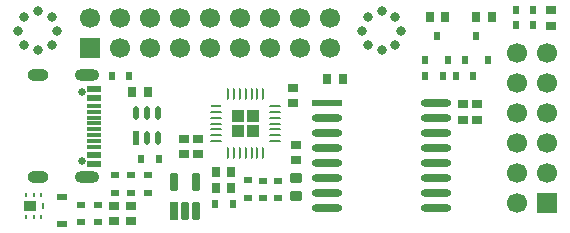
<source format=gbr>
%TF.GenerationSoftware,Altium Limited,Altium Designer,24.10.1 (45)*%
G04 Layer_Color=8421504*
%FSLAX43Y43*%
%MOMM*%
%TF.SameCoordinates,8629D08E-D241-4C1D-8EA4-E11FCD9DE57C*%
%TF.FilePolarity,Positive*%
%TF.FileFunction,Paste,Top*%
%TF.Part,Single*%
G01*
G75*
%TA.AperFunction,SMDPad,CuDef*%
%ADD12R,0.900X0.800*%
%TA.AperFunction,ConnectorPad*%
%ADD13R,1.150X0.300*%
%ADD14R,1.150X0.600*%
%TA.AperFunction,SMDPad,CuDef*%
G04:AMPARAMS|DCode=15|XSize=0.65mm|YSize=1.6mm|CornerRadius=0.114mm|HoleSize=0mm|Usage=FLASHONLY|Rotation=180.000|XOffset=0mm|YOffset=0mm|HoleType=Round|Shape=RoundedRectangle|*
%AMROUNDEDRECTD15*
21,1,0.650,1.373,0,0,180.0*
21,1,0.422,1.600,0,0,180.0*
1,1,0.228,-0.211,0.686*
1,1,0.228,0.211,0.686*
1,1,0.228,0.211,-0.686*
1,1,0.228,-0.211,-0.686*
%
%ADD15ROUNDEDRECTD15*%
%ADD16R,0.650X1.600*%
G04:AMPARAMS|DCode=17|XSize=1.156mm|YSize=0.536mm|CornerRadius=0.268mm|HoleSize=0mm|Usage=FLASHONLY|Rotation=90.000|XOffset=0mm|YOffset=0mm|HoleType=Round|Shape=RoundedRectangle|*
%AMROUNDEDRECTD17*
21,1,1.156,0.000,0,0,90.0*
21,1,0.620,0.536,0,0,90.0*
1,1,0.536,0.000,0.310*
1,1,0.536,0.000,-0.310*
1,1,0.536,0.000,-0.310*
1,1,0.536,0.000,0.310*
%
%ADD17ROUNDEDRECTD17*%
%ADD18R,0.536X1.156*%
%ADD19R,0.600X0.800*%
G04:AMPARAMS|DCode=20|XSize=2.598mm|YSize=0.622mm|CornerRadius=0.311mm|HoleSize=0mm|Usage=FLASHONLY|Rotation=0.000|XOffset=0mm|YOffset=0mm|HoleType=Round|Shape=RoundedRectangle|*
%AMROUNDEDRECTD20*
21,1,2.598,0.000,0,0,0.0*
21,1,1.976,0.622,0,0,0.0*
1,1,0.622,0.988,0.000*
1,1,0.622,-0.988,0.000*
1,1,0.622,-0.988,0.000*
1,1,0.622,0.988,0.000*
%
%ADD20ROUNDEDRECTD20*%
%ADD21R,2.598X0.622*%
%TA.AperFunction,ConnectorPad*%
%ADD22R,0.830X0.625*%
%TA.AperFunction,SMDPad,CuDef*%
%ADD23R,0.500X0.800*%
G04:AMPARAMS|DCode=24|XSize=0.2mm|YSize=0.95mm|CornerRadius=0.05mm|HoleSize=0mm|Usage=FLASHONLY|Rotation=90.000|XOffset=0mm|YOffset=0mm|HoleType=Round|Shape=RoundedRectangle|*
%AMROUNDEDRECTD24*
21,1,0.200,0.850,0,0,90.0*
21,1,0.100,0.950,0,0,90.0*
1,1,0.100,0.425,0.050*
1,1,0.100,0.425,-0.050*
1,1,0.100,-0.425,-0.050*
1,1,0.100,-0.425,0.050*
%
%ADD24ROUNDEDRECTD24*%
G04:AMPARAMS|DCode=25|XSize=0.2mm|YSize=0.95mm|CornerRadius=0.05mm|HoleSize=0mm|Usage=FLASHONLY|Rotation=0.000|XOffset=0mm|YOffset=0mm|HoleType=Round|Shape=RoundedRectangle|*
%AMROUNDEDRECTD25*
21,1,0.200,0.850,0,0,0.0*
21,1,0.100,0.950,0,0,0.0*
1,1,0.100,0.050,-0.425*
1,1,0.100,-0.050,-0.425*
1,1,0.100,-0.050,0.425*
1,1,0.100,0.050,0.425*
%
%ADD25ROUNDEDRECTD25*%
%ADD26R,0.950X0.200*%
G04:AMPARAMS|DCode=28|XSize=0.8mm|YSize=1mm|CornerRadius=0.1mm|HoleSize=0mm|Usage=FLASHONLY|Rotation=270.000|XOffset=0mm|YOffset=0mm|HoleType=Round|Shape=RoundedRectangle|*
%AMROUNDEDRECTD28*
21,1,0.800,0.800,0,0,270.0*
21,1,0.600,1.000,0,0,270.0*
1,1,0.200,-0.400,-0.300*
1,1,0.200,-0.400,0.300*
1,1,0.200,0.400,0.300*
1,1,0.200,0.400,-0.300*
%
%ADD28ROUNDEDRECTD28*%
%ADD32R,0.800X0.900*%
%TA.AperFunction,ConnectorPad*%
%ADD33R,0.800X0.500*%
%TA.AperFunction,SMDPad,CuDef*%
%ADD34R,0.800X0.500*%
%TA.AperFunction,ComponentPad*%
%ADD44C,0.650*%
%ADD45O,2.100X1.000*%
%ADD46O,1.800X1.000*%
G04:AMPARAMS|DCode=47|XSize=1.7mm|YSize=1.7mm|CornerRadius=0.85mm|HoleSize=0mm|Usage=FLASHONLY|Rotation=90.000|XOffset=0mm|YOffset=0mm|HoleType=Round|Shape=RoundedRectangle|*
%AMROUNDEDRECTD47*
21,1,1.700,0.000,0,0,90.0*
21,1,0.000,1.700,0,0,90.0*
1,1,1.700,0.000,0.000*
1,1,1.700,0.000,0.000*
1,1,1.700,0.000,0.000*
1,1,1.700,0.000,0.000*
%
%ADD47ROUNDEDRECTD47*%
%ADD48R,1.700X1.700*%
G04:AMPARAMS|DCode=49|XSize=1.7mm|YSize=1.7mm|CornerRadius=0.85mm|HoleSize=0mm|Usage=FLASHONLY|Rotation=180.000|XOffset=0mm|YOffset=0mm|HoleType=Round|Shape=RoundedRectangle|*
%AMROUNDEDRECTD49*
21,1,1.700,0.000,0,0,180.0*
21,1,0.000,1.700,0,0,180.0*
1,1,1.700,0.000,0.000*
1,1,1.700,0.000,0.000*
1,1,1.700,0.000,0.000*
1,1,1.700,0.000,0.000*
%
%ADD49ROUNDEDRECTD49*%
%ADD50R,1.700X1.700*%
%ADD51C,0.800*%
%TA.AperFunction,NonConductor*%
%ADD55R,1.016X1.016*%
%ADD56R,0.250X0.330*%
%ADD57R,0.250X0.560*%
%ADD58R,0.250X0.330*%
%ADD59R,0.250X0.330*%
%ADD60R,1.050X0.900*%
%ADD61R,0.250X0.330*%
D12*
X38913Y9560D02*
D03*
Y10860D02*
D03*
X40117Y9560D02*
D03*
Y10860D02*
D03*
X46329Y18819D02*
D03*
Y17519D02*
D03*
X9393Y2294D02*
D03*
Y994D02*
D03*
X15271Y7954D02*
D03*
Y6654D02*
D03*
X24489Y12249D02*
D03*
Y10949D02*
D03*
X16446Y7954D02*
D03*
Y6654D02*
D03*
X24721Y7433D02*
D03*
Y6133D02*
D03*
X10827Y2294D02*
D03*
Y994D02*
D03*
D13*
X7677Y9750D02*
D03*
Y10250D02*
D03*
Y8750D02*
D03*
Y9250D02*
D03*
Y10750D02*
D03*
Y7250D02*
D03*
Y7750D02*
D03*
Y8250D02*
D03*
D14*
Y12200D02*
D03*
Y11400D02*
D03*
Y5800D02*
D03*
Y6600D02*
D03*
D15*
X16306Y4333D02*
D03*
X14406D02*
D03*
X16306Y1833D02*
D03*
X15356D02*
D03*
D16*
X14406D02*
D03*
D17*
X13073Y10175D02*
D03*
X12123D02*
D03*
X11173D02*
D03*
X12123Y8025D02*
D03*
X13073D02*
D03*
D18*
X11173D02*
D03*
D19*
X36662Y16656D02*
D03*
X37612Y14636D02*
D03*
X35712D02*
D03*
X40039Y16648D02*
D03*
X40989Y14628D02*
D03*
X39089D02*
D03*
D20*
X36578Y9675D02*
D03*
Y8405D02*
D03*
Y10945D02*
D03*
Y5865D02*
D03*
Y7135D02*
D03*
Y4595D02*
D03*
Y2055D02*
D03*
Y3325D02*
D03*
X27422Y4595D02*
D03*
Y5865D02*
D03*
Y9675D02*
D03*
Y7135D02*
D03*
Y8405D02*
D03*
Y2055D02*
D03*
Y3325D02*
D03*
D21*
Y10945D02*
D03*
D22*
X4938Y2984D02*
D03*
Y759D02*
D03*
D23*
X19400Y2457D02*
D03*
X17900D02*
D03*
X39786Y13244D02*
D03*
X38286D02*
D03*
X10658Y13244D02*
D03*
X9158D02*
D03*
X44861Y17557D02*
D03*
X43361D02*
D03*
X44866Y18859D02*
D03*
X43366D02*
D03*
X37215Y13286D02*
D03*
X35715D02*
D03*
X13164Y6242D02*
D03*
X11664D02*
D03*
D24*
X22975Y10743D02*
D03*
Y9743D02*
D03*
Y9243D02*
D03*
Y10243D02*
D03*
Y8743D02*
D03*
Y8243D02*
D03*
Y7743D02*
D03*
X18025Y9243D02*
D03*
Y8743D02*
D03*
Y10243D02*
D03*
Y9743D02*
D03*
Y7743D02*
D03*
Y8243D02*
D03*
D25*
X22000Y11718D02*
D03*
X21000D02*
D03*
X21500D02*
D03*
X20000D02*
D03*
X20500D02*
D03*
X22000Y6768D02*
D03*
X21500D02*
D03*
X20500D02*
D03*
X21000D02*
D03*
X19000Y11718D02*
D03*
X19500D02*
D03*
Y6768D02*
D03*
X20000D02*
D03*
X19000D02*
D03*
D26*
X18025Y10743D02*
D03*
D28*
X24721Y4625D02*
D03*
Y3125D02*
D03*
D32*
X19286Y3806D02*
D03*
X17986D02*
D03*
X37405Y18243D02*
D03*
X36105D02*
D03*
X19286Y5120D02*
D03*
X17986D02*
D03*
X41333Y18264D02*
D03*
X40033D02*
D03*
X27417Y13005D02*
D03*
X28717D02*
D03*
X12194Y11878D02*
D03*
X10894D02*
D03*
D33*
X7960Y2388D02*
D03*
Y888D02*
D03*
D34*
X9424Y4871D02*
D03*
Y3371D02*
D03*
X6570Y2388D02*
D03*
Y888D02*
D03*
X12261Y4871D02*
D03*
Y3371D02*
D03*
X23220Y4413D02*
D03*
Y2913D02*
D03*
X20655Y4424D02*
D03*
Y2924D02*
D03*
X21987Y4416D02*
D03*
Y2916D02*
D03*
X10827Y4871D02*
D03*
Y3371D02*
D03*
D44*
X6602Y11890D02*
D03*
Y6110D02*
D03*
D45*
X7102Y13320D02*
D03*
Y4680D02*
D03*
D46*
X2922Y13320D02*
D03*
Y4680D02*
D03*
D47*
X22540Y18140D02*
D03*
X25080D02*
D03*
X20000D02*
D03*
X27620D02*
D03*
X14920D02*
D03*
X17460D02*
D03*
X12380D02*
D03*
Y15600D02*
D03*
X9840D02*
D03*
X27620D02*
D03*
X25080D02*
D03*
X17460D02*
D03*
X14920D02*
D03*
X22540D02*
D03*
X20000D02*
D03*
X9840Y18140D02*
D03*
X7300D02*
D03*
D48*
Y15600D02*
D03*
D49*
X46000Y7580D02*
D03*
Y10120D02*
D03*
Y5040D02*
D03*
Y15200D02*
D03*
X43460D02*
D03*
X46000Y12660D02*
D03*
X43460Y2500D02*
D03*
Y10120D02*
D03*
Y12660D02*
D03*
Y5040D02*
D03*
Y7580D02*
D03*
D50*
X46000Y2500D02*
D03*
D51*
X33167Y18267D02*
D03*
X33650Y17100D02*
D03*
X32000Y18750D02*
D03*
X33167Y15933D02*
D03*
X32000Y15450D02*
D03*
X30833Y15933D02*
D03*
Y18267D02*
D03*
X30350Y17100D02*
D03*
X4067Y18267D02*
D03*
X4550Y17100D02*
D03*
X2900Y18750D02*
D03*
X4067Y15933D02*
D03*
X2900Y15450D02*
D03*
X1733Y15933D02*
D03*
Y18267D02*
D03*
X1250Y17100D02*
D03*
D55*
X21135Y9878D02*
D03*
Y8608D02*
D03*
X19865Y9878D02*
D03*
Y8608D02*
D03*
D56*
X3193Y3165D02*
D03*
D57*
X3318Y2230D02*
D03*
D58*
X1893Y3165D02*
D03*
D59*
X2543Y3165D02*
D03*
X3193Y1295D02*
D03*
X2543D02*
D03*
D60*
X2258Y2230D02*
D03*
D61*
X1893Y1295D02*
D03*
%TF.MD5,a84a65742752b9c077a7e408c7d77e16*%
M02*

</source>
